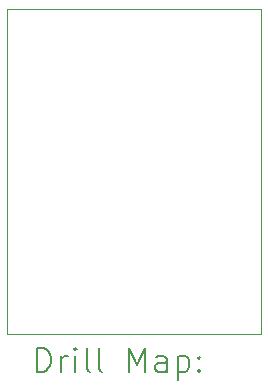
<source format=gbr>
%TF.GenerationSoftware,KiCad,Pcbnew,7.0.10*%
%TF.CreationDate,2024-07-26T10:03:33+01:00*%
%TF.ProjectId,RL78I1C_PMOD_PROG_ADAPTOR_NON_ISO,524c3738-4931-4435-9f50-4d4f445f5052,0*%
%TF.SameCoordinates,Original*%
%TF.FileFunction,Drillmap*%
%TF.FilePolarity,Positive*%
%FSLAX45Y45*%
G04 Gerber Fmt 4.5, Leading zero omitted, Abs format (unit mm)*
G04 Created by KiCad (PCBNEW 7.0.10) date 2024-07-26 10:03:33*
%MOMM*%
%LPD*%
G01*
G04 APERTURE LIST*
%ADD10C,0.100000*%
%ADD11C,0.200000*%
G04 APERTURE END LIST*
D10*
X13672760Y-8096680D02*
X15822760Y-8096680D01*
X15822760Y-10846680D01*
X13672760Y-10846680D01*
X13672760Y-8096680D01*
D11*
X13928537Y-11163164D02*
X13928537Y-10963164D01*
X13928537Y-10963164D02*
X13976156Y-10963164D01*
X13976156Y-10963164D02*
X14004727Y-10972688D01*
X14004727Y-10972688D02*
X14023775Y-10991735D01*
X14023775Y-10991735D02*
X14033299Y-11010783D01*
X14033299Y-11010783D02*
X14042822Y-11048878D01*
X14042822Y-11048878D02*
X14042822Y-11077450D01*
X14042822Y-11077450D02*
X14033299Y-11115545D01*
X14033299Y-11115545D02*
X14023775Y-11134592D01*
X14023775Y-11134592D02*
X14004727Y-11153640D01*
X14004727Y-11153640D02*
X13976156Y-11163164D01*
X13976156Y-11163164D02*
X13928537Y-11163164D01*
X14128537Y-11163164D02*
X14128537Y-11029830D01*
X14128537Y-11067926D02*
X14138061Y-11048878D01*
X14138061Y-11048878D02*
X14147584Y-11039354D01*
X14147584Y-11039354D02*
X14166632Y-11029830D01*
X14166632Y-11029830D02*
X14185680Y-11029830D01*
X14252346Y-11163164D02*
X14252346Y-11029830D01*
X14252346Y-10963164D02*
X14242822Y-10972688D01*
X14242822Y-10972688D02*
X14252346Y-10982211D01*
X14252346Y-10982211D02*
X14261870Y-10972688D01*
X14261870Y-10972688D02*
X14252346Y-10963164D01*
X14252346Y-10963164D02*
X14252346Y-10982211D01*
X14376156Y-11163164D02*
X14357108Y-11153640D01*
X14357108Y-11153640D02*
X14347584Y-11134592D01*
X14347584Y-11134592D02*
X14347584Y-10963164D01*
X14480918Y-11163164D02*
X14461870Y-11153640D01*
X14461870Y-11153640D02*
X14452346Y-11134592D01*
X14452346Y-11134592D02*
X14452346Y-10963164D01*
X14709489Y-11163164D02*
X14709489Y-10963164D01*
X14709489Y-10963164D02*
X14776156Y-11106021D01*
X14776156Y-11106021D02*
X14842822Y-10963164D01*
X14842822Y-10963164D02*
X14842822Y-11163164D01*
X15023775Y-11163164D02*
X15023775Y-11058402D01*
X15023775Y-11058402D02*
X15014251Y-11039354D01*
X15014251Y-11039354D02*
X14995203Y-11029830D01*
X14995203Y-11029830D02*
X14957108Y-11029830D01*
X14957108Y-11029830D02*
X14938061Y-11039354D01*
X15023775Y-11153640D02*
X15004727Y-11163164D01*
X15004727Y-11163164D02*
X14957108Y-11163164D01*
X14957108Y-11163164D02*
X14938061Y-11153640D01*
X14938061Y-11153640D02*
X14928537Y-11134592D01*
X14928537Y-11134592D02*
X14928537Y-11115545D01*
X14928537Y-11115545D02*
X14938061Y-11096497D01*
X14938061Y-11096497D02*
X14957108Y-11086973D01*
X14957108Y-11086973D02*
X15004727Y-11086973D01*
X15004727Y-11086973D02*
X15023775Y-11077450D01*
X15119013Y-11029830D02*
X15119013Y-11229830D01*
X15119013Y-11039354D02*
X15138061Y-11029830D01*
X15138061Y-11029830D02*
X15176156Y-11029830D01*
X15176156Y-11029830D02*
X15195203Y-11039354D01*
X15195203Y-11039354D02*
X15204727Y-11048878D01*
X15204727Y-11048878D02*
X15214251Y-11067926D01*
X15214251Y-11067926D02*
X15214251Y-11125069D01*
X15214251Y-11125069D02*
X15204727Y-11144116D01*
X15204727Y-11144116D02*
X15195203Y-11153640D01*
X15195203Y-11153640D02*
X15176156Y-11163164D01*
X15176156Y-11163164D02*
X15138061Y-11163164D01*
X15138061Y-11163164D02*
X15119013Y-11153640D01*
X15299965Y-11144116D02*
X15309489Y-11153640D01*
X15309489Y-11153640D02*
X15299965Y-11163164D01*
X15299965Y-11163164D02*
X15290442Y-11153640D01*
X15290442Y-11153640D02*
X15299965Y-11144116D01*
X15299965Y-11144116D02*
X15299965Y-11163164D01*
X15299965Y-11039354D02*
X15309489Y-11048878D01*
X15309489Y-11048878D02*
X15299965Y-11058402D01*
X15299965Y-11058402D02*
X15290442Y-11048878D01*
X15290442Y-11048878D02*
X15299965Y-11039354D01*
X15299965Y-11039354D02*
X15299965Y-11058402D01*
M02*

</source>
